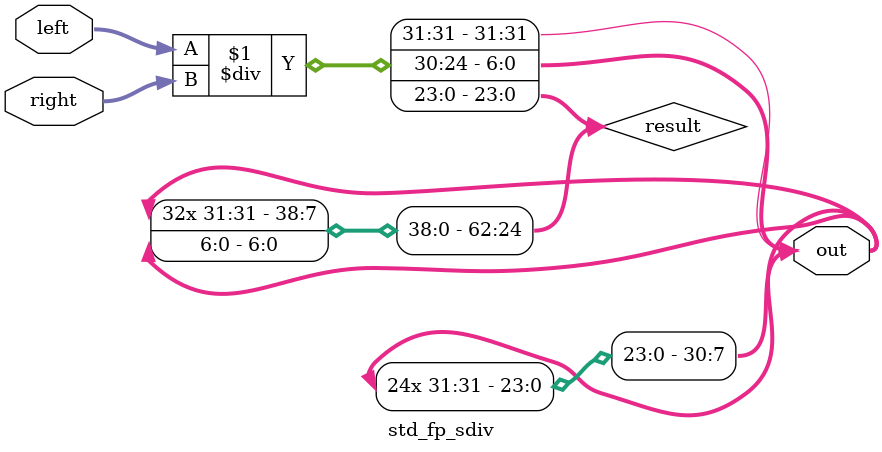
<source format=sv>
module std_fp_sadd #(
    parameter WIDTH = 32,
    parameter INT_WIDTH = 8,
    parameter FRACT_WIDTH = 24
) (
    input  signed [WIDTH-1:0] left,
    input  signed [WIDTH-1:0] right,
    output signed [WIDTH-1:0] out
);
  assign out = $signed(left + right);
endmodule

module std_fp_ssub #(
    parameter WIDTH = 32,
    parameter INT_WIDTH = 8,
    parameter FRACT_WIDTH = 24
) (
    input  signed [WIDTH-1:0] left,
    input  signed [WIDTH-1:0] right,
    output signed [WIDTH-1:0] out
);

  assign out = $signed(left - right);
endmodule

module std_fp_sadd_dwidth #(
    parameter WIDTH1 = 32,
    parameter WIDTH2 = 32,
    parameter INT_WIDTH1 = 8,
    parameter FRACT_WIDTH1 = 24,
    parameter INT_WIDTH2 = 4,
    parameter FRACT_WIDTH2 = 28,
    parameter OUT_WIDTH = 36
) (
    input  logic [   WIDTH1-1:0] left,
    input  logic [   WIDTH2-1:0] right,
    output logic [OUT_WIDTH-1:0] out
);

  logic signed [INT_WIDTH1-1:0] left_int;
  logic signed [INT_WIDTH2-1:0] right_int;
  logic [FRACT_WIDTH1-1:0] left_fract;
  logic [FRACT_WIDTH2-1:0] right_fract;

  localparam BIG_INT = (INT_WIDTH1 >= INT_WIDTH2) ? INT_WIDTH1 : INT_WIDTH2;
  localparam BIG_FRACT = (FRACT_WIDTH1 >= FRACT_WIDTH2) ? FRACT_WIDTH1 : FRACT_WIDTH2;

  logic [BIG_INT-1:0] mod_right_int;
  logic [BIG_FRACT-1:0] mod_left_fract;

  logic [BIG_INT-1:0] whole_int;
  logic [BIG_FRACT-1:0] whole_fract;

  assign {left_int, left_fract} = left;
  assign {right_int, right_fract} = right;

  assign mod_left_fract = left_fract * (2 ** (FRACT_WIDTH2 - FRACT_WIDTH1));

  always_comb begin
    if ((mod_left_fract + right_fract) >= 2 ** FRACT_WIDTH2) begin
      whole_int = $signed(left_int + right_int + 1);
      whole_fract = mod_left_fract + right_fract - 2 ** FRACT_WIDTH2;
    end else begin
      whole_int = $signed(left_int + right_int);
      whole_fract = mod_left_fract + right_fract;
    end
  end

  assign out = {whole_int, whole_fract};
endmodule

module std_fp_sgt #(
    parameter WIDTH = 32,
    parameter INT_WIDTH = 8,
    parameter FRACT_WIDTH = 24
) (
    input  logic signed [WIDTH-1:0] left,
    input  logic signed [WIDTH-1:0] right,
    output logic signed             out
);
  assign out = $signed(left > right);
endmodule

module std_fp_smult #(
    parameter WIDTH = 32,
    parameter INT_WIDTH = 8,
    parameter FRACT_WIDTH = 24
) (
    input  signed [WIDTH-1:0] left,
    input  signed [WIDTH-1:0] right,
    output signed [WIDTH-1:0] out
);

  logic [2*WIDTH-2:0] result;

  assign result = $signed(left * right);
  assign out = result[WIDTH+FRACT_WIDTH-1:FRACT_WIDTH];
endmodule

module std_fp_sdiv #(
    parameter WIDTH = 32,
    parameter INT_WIDTH = 8,
    parameter FRACT_WIDTH = 24
) (
    input  signed [WIDTH-1:0] left,
    input  signed [WIDTH-1:0] right,
    output signed [WIDTH-1:0] out
);

  logic [2*WIDTH-2:0] result;

  assign result = $signed(left / right);
  assign out = result[WIDTH+FRACT_WIDTH-1:FRACT_WIDTH];
endmodule


</source>
